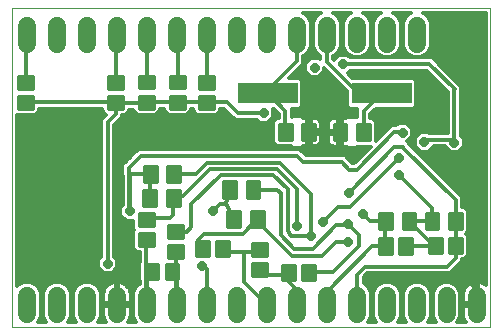
<source format=gbl>
G75*
%MOIN*%
%OFA0B0*%
%FSLAX25Y25*%
%IPPOS*%
%LPD*%
%AMOC8*
5,1,8,0,0,1.08239X$1,22.5*
%
%ADD10C,0.00000*%
%ADD11R,0.20000X0.07000*%
%ADD12C,0.01535*%
%ADD13C,0.06000*%
%ADD14C,0.01200*%
%ADD15OC8,0.03200*%
%ADD16OC8,0.03169*%
D10*
X0001600Y0001600D02*
X0161049Y0001600D01*
X0161049Y0107899D01*
X0001600Y0107899D01*
X0001600Y0001600D01*
D11*
X0086800Y0079500D03*
X0124800Y0079500D03*
D12*
X0120629Y0064118D02*
X0117045Y0064118D01*
X0117045Y0068882D01*
X0120629Y0068882D01*
X0120629Y0064118D01*
X0120629Y0065652D02*
X0117045Y0065652D01*
X0117045Y0067186D02*
X0120629Y0067186D01*
X0120629Y0068720D02*
X0117045Y0068720D01*
X0112755Y0064118D02*
X0109171Y0064118D01*
X0109171Y0068882D01*
X0112755Y0068882D01*
X0112755Y0064118D01*
X0112755Y0065652D02*
X0109171Y0065652D01*
X0109171Y0067186D02*
X0112755Y0067186D01*
X0112755Y0068720D02*
X0109171Y0068720D01*
X0102329Y0068982D02*
X0098745Y0068982D01*
X0102329Y0068982D02*
X0102329Y0064218D01*
X0098745Y0064218D01*
X0098745Y0068982D01*
X0098745Y0065752D02*
X0102329Y0065752D01*
X0102329Y0067286D02*
X0098745Y0067286D01*
X0098745Y0068820D02*
X0102329Y0068820D01*
X0094455Y0068982D02*
X0090871Y0068982D01*
X0094455Y0068982D02*
X0094455Y0064218D01*
X0090871Y0064218D01*
X0090871Y0068982D01*
X0090871Y0065752D02*
X0094455Y0065752D01*
X0094455Y0067286D02*
X0090871Y0067286D01*
X0090871Y0068820D02*
X0094455Y0068820D01*
X0064314Y0074662D02*
X0064314Y0078246D01*
X0068686Y0078246D01*
X0068686Y0074662D01*
X0064314Y0074662D01*
X0064314Y0076196D02*
X0068686Y0076196D01*
X0068686Y0077730D02*
X0064314Y0077730D01*
X0054614Y0078346D02*
X0054614Y0074762D01*
X0054614Y0078346D02*
X0058986Y0078346D01*
X0058986Y0074762D01*
X0054614Y0074762D01*
X0054614Y0076296D02*
X0058986Y0076296D01*
X0058986Y0077830D02*
X0054614Y0077830D01*
X0044314Y0078346D02*
X0044314Y0074762D01*
X0044314Y0078346D02*
X0048686Y0078346D01*
X0048686Y0074762D01*
X0044314Y0074762D01*
X0044314Y0076296D02*
X0048686Y0076296D01*
X0048686Y0077830D02*
X0044314Y0077830D01*
X0044314Y0081454D02*
X0044314Y0085038D01*
X0048686Y0085038D01*
X0048686Y0081454D01*
X0044314Y0081454D01*
X0044314Y0082988D02*
X0048686Y0082988D01*
X0048686Y0084522D02*
X0044314Y0084522D01*
X0034014Y0084938D02*
X0034014Y0081354D01*
X0034014Y0084938D02*
X0038386Y0084938D01*
X0038386Y0081354D01*
X0034014Y0081354D01*
X0034014Y0082888D02*
X0038386Y0082888D01*
X0038386Y0084422D02*
X0034014Y0084422D01*
X0034014Y0078246D02*
X0034014Y0074662D01*
X0034014Y0078246D02*
X0038386Y0078246D01*
X0038386Y0074662D01*
X0034014Y0074662D01*
X0034014Y0076196D02*
X0038386Y0076196D01*
X0038386Y0077730D02*
X0034014Y0077730D01*
X0054614Y0081454D02*
X0054614Y0085038D01*
X0058986Y0085038D01*
X0058986Y0081454D01*
X0054614Y0081454D01*
X0054614Y0082988D02*
X0058986Y0082988D01*
X0058986Y0084522D02*
X0054614Y0084522D01*
X0064314Y0084938D02*
X0064314Y0081354D01*
X0064314Y0084938D02*
X0068686Y0084938D01*
X0068686Y0081354D01*
X0064314Y0081354D01*
X0064314Y0082888D02*
X0068686Y0082888D01*
X0068686Y0084422D02*
X0064314Y0084422D01*
X0057329Y0050118D02*
X0053745Y0050118D01*
X0053745Y0054882D01*
X0057329Y0054882D01*
X0057329Y0050118D01*
X0057329Y0051652D02*
X0053745Y0051652D01*
X0053745Y0053186D02*
X0057329Y0053186D01*
X0057329Y0054720D02*
X0053745Y0054720D01*
X0049455Y0050118D02*
X0045871Y0050118D01*
X0045871Y0054882D01*
X0049455Y0054882D01*
X0049455Y0050118D01*
X0049455Y0051652D02*
X0045871Y0051652D01*
X0045871Y0053186D02*
X0049455Y0053186D01*
X0049455Y0054720D02*
X0045871Y0054720D01*
X0045771Y0046982D02*
X0049355Y0046982D01*
X0049355Y0042218D01*
X0045771Y0042218D01*
X0045771Y0046982D01*
X0045771Y0043752D02*
X0049355Y0043752D01*
X0049355Y0045286D02*
X0045771Y0045286D01*
X0045771Y0046820D02*
X0049355Y0046820D01*
X0053645Y0046982D02*
X0057229Y0046982D01*
X0057229Y0042218D01*
X0053645Y0042218D01*
X0053645Y0046982D01*
X0053645Y0043752D02*
X0057229Y0043752D01*
X0057229Y0045286D02*
X0053645Y0045286D01*
X0053645Y0046820D02*
X0057229Y0046820D01*
X0044214Y0039138D02*
X0044214Y0035554D01*
X0044214Y0039138D02*
X0048586Y0039138D01*
X0048586Y0035554D01*
X0044214Y0035554D01*
X0044214Y0037088D02*
X0048586Y0037088D01*
X0048586Y0038622D02*
X0044214Y0038622D01*
X0044214Y0032446D02*
X0044214Y0028862D01*
X0044214Y0032446D02*
X0048586Y0032446D01*
X0048586Y0028862D01*
X0044214Y0028862D01*
X0044214Y0030396D02*
X0048586Y0030396D01*
X0048586Y0031930D02*
X0044214Y0031930D01*
X0054014Y0031554D02*
X0054014Y0035138D01*
X0058386Y0035138D01*
X0058386Y0031554D01*
X0054014Y0031554D01*
X0054014Y0033088D02*
X0058386Y0033088D01*
X0058386Y0034622D02*
X0054014Y0034622D01*
X0063362Y0025614D02*
X0066946Y0025614D01*
X0063362Y0025614D02*
X0063362Y0029986D01*
X0066946Y0029986D01*
X0066946Y0025614D01*
X0066946Y0027148D02*
X0063362Y0027148D01*
X0063362Y0028682D02*
X0066946Y0028682D01*
X0070054Y0025614D02*
X0073638Y0025614D01*
X0070054Y0025614D02*
X0070054Y0029986D01*
X0073638Y0029986D01*
X0073638Y0025614D01*
X0073638Y0027148D02*
X0070054Y0027148D01*
X0070054Y0028682D02*
X0073638Y0028682D01*
X0086286Y0029238D02*
X0086286Y0025654D01*
X0081914Y0025654D01*
X0081914Y0029238D01*
X0086286Y0029238D01*
X0086286Y0027188D02*
X0081914Y0027188D01*
X0081914Y0028722D02*
X0086286Y0028722D01*
X0086286Y0022546D02*
X0086286Y0018962D01*
X0081914Y0018962D01*
X0081914Y0022546D01*
X0086286Y0022546D01*
X0086286Y0020496D02*
X0081914Y0020496D01*
X0081914Y0022030D02*
X0086286Y0022030D01*
X0091962Y0021986D02*
X0095546Y0021986D01*
X0095546Y0017614D01*
X0091962Y0017614D01*
X0091962Y0021986D01*
X0091962Y0019148D02*
X0095546Y0019148D01*
X0095546Y0020682D02*
X0091962Y0020682D01*
X0098654Y0021986D02*
X0102238Y0021986D01*
X0102238Y0017614D01*
X0098654Y0017614D01*
X0098654Y0021986D01*
X0098654Y0019148D02*
X0102238Y0019148D01*
X0102238Y0020682D02*
X0098654Y0020682D01*
X0085129Y0039982D02*
X0081545Y0039982D01*
X0085129Y0039982D02*
X0085129Y0035218D01*
X0081545Y0035218D01*
X0081545Y0039982D01*
X0081545Y0036752D02*
X0085129Y0036752D01*
X0085129Y0038286D02*
X0081545Y0038286D01*
X0081545Y0039820D02*
X0085129Y0039820D01*
X0083729Y0045018D02*
X0080145Y0045018D01*
X0080145Y0049782D01*
X0083729Y0049782D01*
X0083729Y0045018D01*
X0083729Y0046552D02*
X0080145Y0046552D01*
X0080145Y0048086D02*
X0083729Y0048086D01*
X0083729Y0049620D02*
X0080145Y0049620D01*
X0075855Y0045018D02*
X0072271Y0045018D01*
X0072271Y0049782D01*
X0075855Y0049782D01*
X0075855Y0045018D01*
X0075855Y0046552D02*
X0072271Y0046552D01*
X0072271Y0048086D02*
X0075855Y0048086D01*
X0075855Y0049620D02*
X0072271Y0049620D01*
X0073671Y0039982D02*
X0077255Y0039982D01*
X0077255Y0035218D01*
X0073671Y0035218D01*
X0073671Y0039982D01*
X0073671Y0036752D02*
X0077255Y0036752D01*
X0077255Y0038286D02*
X0073671Y0038286D01*
X0073671Y0039820D02*
X0077255Y0039820D01*
X0054014Y0028446D02*
X0054014Y0024862D01*
X0054014Y0028446D02*
X0058386Y0028446D01*
X0058386Y0024862D01*
X0054014Y0024862D01*
X0054014Y0026396D02*
X0058386Y0026396D01*
X0058386Y0027930D02*
X0054014Y0027930D01*
X0053154Y0022286D02*
X0056738Y0022286D01*
X0056738Y0017914D01*
X0053154Y0017914D01*
X0053154Y0022286D01*
X0053154Y0019448D02*
X0056738Y0019448D01*
X0056738Y0020982D02*
X0053154Y0020982D01*
X0050046Y0022286D02*
X0046462Y0022286D01*
X0050046Y0022286D02*
X0050046Y0017914D01*
X0046462Y0017914D01*
X0046462Y0022286D01*
X0046462Y0019448D02*
X0050046Y0019448D01*
X0050046Y0020982D02*
X0046462Y0020982D01*
X0124252Y0026404D02*
X0127836Y0026404D01*
X0124252Y0026404D02*
X0124252Y0030776D01*
X0127836Y0030776D01*
X0127836Y0026404D01*
X0127836Y0027938D02*
X0124252Y0027938D01*
X0124252Y0029472D02*
X0127836Y0029472D01*
X0130944Y0026404D02*
X0134528Y0026404D01*
X0130944Y0026404D02*
X0130944Y0030776D01*
X0134528Y0030776D01*
X0134528Y0026404D01*
X0134528Y0027938D02*
X0130944Y0027938D01*
X0130944Y0029472D02*
X0134528Y0029472D01*
X0135719Y0039262D02*
X0132135Y0039262D01*
X0135719Y0039262D02*
X0135719Y0034498D01*
X0132135Y0034498D01*
X0132135Y0039262D01*
X0132135Y0036032D02*
X0135719Y0036032D01*
X0135719Y0037566D02*
X0132135Y0037566D01*
X0132135Y0039100D02*
X0135719Y0039100D01*
X0139811Y0039262D02*
X0143395Y0039262D01*
X0143395Y0034498D01*
X0139811Y0034498D01*
X0139811Y0039262D01*
X0139811Y0036032D02*
X0143395Y0036032D01*
X0143395Y0037566D02*
X0139811Y0037566D01*
X0139811Y0039100D02*
X0143395Y0039100D01*
X0147685Y0039262D02*
X0151269Y0039262D01*
X0151269Y0034498D01*
X0147685Y0034498D01*
X0147685Y0039262D01*
X0147685Y0036032D02*
X0151269Y0036032D01*
X0151269Y0037566D02*
X0147685Y0037566D01*
X0147685Y0039100D02*
X0151269Y0039100D01*
X0151318Y0026494D02*
X0147734Y0026494D01*
X0147734Y0030866D01*
X0151318Y0030866D01*
X0151318Y0026494D01*
X0151318Y0028028D02*
X0147734Y0028028D01*
X0147734Y0029562D02*
X0151318Y0029562D01*
X0144626Y0026494D02*
X0141042Y0026494D01*
X0141042Y0030866D01*
X0144626Y0030866D01*
X0144626Y0026494D01*
X0144626Y0028028D02*
X0141042Y0028028D01*
X0141042Y0029562D02*
X0144626Y0029562D01*
X0127845Y0039262D02*
X0124261Y0039262D01*
X0127845Y0039262D02*
X0127845Y0034498D01*
X0124261Y0034498D01*
X0124261Y0039262D01*
X0124261Y0036032D02*
X0127845Y0036032D01*
X0127845Y0037566D02*
X0124261Y0037566D01*
X0124261Y0039100D02*
X0127845Y0039100D01*
X0004014Y0074662D02*
X0004014Y0078246D01*
X0008386Y0078246D01*
X0008386Y0074662D01*
X0004014Y0074662D01*
X0004014Y0076196D02*
X0008386Y0076196D01*
X0008386Y0077730D02*
X0004014Y0077730D01*
X0004014Y0081354D02*
X0004014Y0084938D01*
X0008386Y0084938D01*
X0008386Y0081354D01*
X0004014Y0081354D01*
X0004014Y0082888D02*
X0008386Y0082888D01*
X0008386Y0084422D02*
X0004014Y0084422D01*
D13*
X0006600Y0096100D02*
X0006600Y0102100D01*
X0016600Y0102100D02*
X0016600Y0096100D01*
X0026600Y0096100D02*
X0026600Y0102100D01*
X0036600Y0102100D02*
X0036600Y0096100D01*
X0046600Y0096100D02*
X0046600Y0102100D01*
X0056600Y0102100D02*
X0056600Y0096100D01*
X0066600Y0096100D02*
X0066600Y0102100D01*
X0076600Y0102100D02*
X0076600Y0096100D01*
X0086600Y0096100D02*
X0086600Y0102100D01*
X0096600Y0102100D02*
X0096600Y0096100D01*
X0106600Y0096100D02*
X0106600Y0102100D01*
X0116600Y0102100D02*
X0116600Y0096100D01*
X0126600Y0096100D02*
X0126600Y0102100D01*
X0136600Y0102100D02*
X0136600Y0096100D01*
X0136600Y0012100D02*
X0136600Y0006100D01*
X0126600Y0006100D02*
X0126600Y0012100D01*
X0116600Y0012100D02*
X0116600Y0006100D01*
X0106600Y0006100D02*
X0106600Y0012100D01*
X0096600Y0012100D02*
X0096600Y0006100D01*
X0086600Y0006100D02*
X0086600Y0012100D01*
X0076600Y0012100D02*
X0076600Y0006100D01*
X0066600Y0006100D02*
X0066600Y0012100D01*
X0056600Y0012100D02*
X0056600Y0006100D01*
X0046600Y0006100D02*
X0046600Y0012100D01*
X0036600Y0012100D02*
X0036600Y0006100D01*
X0026600Y0006100D02*
X0026600Y0012100D01*
X0016600Y0012100D02*
X0016600Y0006100D01*
X0006600Y0006100D02*
X0006600Y0012100D01*
X0146500Y0012100D02*
X0146500Y0006100D01*
X0156500Y0006100D02*
X0156500Y0012100D01*
D14*
X0156100Y0012387D02*
X0156900Y0012387D01*
X0156900Y0013500D02*
X0153600Y0016800D01*
X0121500Y0016800D01*
X0120422Y0014784D02*
X0122778Y0014784D01*
X0122700Y0014706D02*
X0122000Y0013015D01*
X0122000Y0005185D01*
X0122700Y0003494D01*
X0122995Y0003200D01*
X0120205Y0003200D01*
X0120500Y0003494D01*
X0121200Y0005185D01*
X0121200Y0013015D01*
X0120500Y0014706D01*
X0119206Y0016000D01*
X0118800Y0016168D01*
X0118800Y0018189D01*
X0120061Y0019450D01*
X0147461Y0019450D01*
X0148750Y0020739D01*
X0151726Y0023715D01*
X0151726Y0024127D01*
X0152299Y0024127D01*
X0153686Y0025514D01*
X0153686Y0031846D01*
X0152825Y0032706D01*
X0153636Y0033517D01*
X0153636Y0040243D01*
X0152249Y0041630D01*
X0151677Y0041630D01*
X0151677Y0044934D01*
X0134300Y0062311D01*
X0134300Y0062511D01*
X0133368Y0063443D01*
X0135000Y0065075D01*
X0135000Y0067725D01*
X0133125Y0069600D01*
X0130475Y0069600D01*
X0129675Y0068800D01*
X0129181Y0068800D01*
X0128354Y0068861D01*
X0128283Y0068800D01*
X0128189Y0068800D01*
X0127602Y0068213D01*
X0126973Y0067671D01*
X0126966Y0067578D01*
X0122996Y0063607D01*
X0122996Y0069863D01*
X0121609Y0071250D01*
X0121037Y0071250D01*
X0121037Y0072626D01*
X0122811Y0074400D01*
X0135463Y0074400D01*
X0136400Y0075337D01*
X0136400Y0083663D01*
X0135463Y0084600D01*
X0115111Y0084600D01*
X0113518Y0086193D01*
X0114425Y0087100D01*
X0139789Y0087100D01*
X0146900Y0079989D01*
X0146900Y0066300D01*
X0140625Y0066300D01*
X0140425Y0066500D01*
X0137775Y0066500D01*
X0135900Y0064625D01*
X0135900Y0061975D01*
X0137775Y0060100D01*
X0140425Y0060100D01*
X0142225Y0061900D01*
X0145900Y0061900D01*
X0145900Y0061775D01*
X0147775Y0059900D01*
X0150425Y0059900D01*
X0152300Y0061775D01*
X0152300Y0064425D01*
X0151300Y0065425D01*
X0151300Y0079789D01*
X0151400Y0079889D01*
X0151400Y0081711D01*
X0150111Y0083000D01*
X0142900Y0090211D01*
X0141611Y0091500D01*
X0114225Y0091500D01*
X0113325Y0092400D01*
X0110675Y0092400D01*
X0108993Y0090718D01*
X0108710Y0091001D01*
X0108721Y0092000D01*
X0109206Y0092200D01*
X0110500Y0093494D01*
X0111200Y0095185D01*
X0111200Y0103015D01*
X0110500Y0104706D01*
X0109206Y0106000D01*
X0108483Y0106299D01*
X0114717Y0106299D01*
X0113994Y0106000D01*
X0112700Y0104706D01*
X0112000Y0103015D01*
X0112000Y0095185D01*
X0112700Y0093494D01*
X0113994Y0092200D01*
X0115685Y0091500D01*
X0117515Y0091500D01*
X0119206Y0092200D01*
X0120500Y0093494D01*
X0121200Y0095185D01*
X0121200Y0103015D01*
X0120500Y0104706D01*
X0119206Y0106000D01*
X0118483Y0106299D01*
X0124717Y0106299D01*
X0123994Y0106000D01*
X0122700Y0104706D01*
X0122000Y0103015D01*
X0122000Y0095185D01*
X0122700Y0093494D01*
X0123994Y0092200D01*
X0125685Y0091500D01*
X0127515Y0091500D01*
X0129206Y0092200D01*
X0130500Y0093494D01*
X0131200Y0095185D01*
X0131200Y0103015D01*
X0130500Y0104706D01*
X0129206Y0106000D01*
X0128483Y0106299D01*
X0134717Y0106299D01*
X0133994Y0106000D01*
X0132700Y0104706D01*
X0132000Y0103015D01*
X0132000Y0095185D01*
X0132700Y0093494D01*
X0133994Y0092200D01*
X0135685Y0091500D01*
X0137515Y0091500D01*
X0139206Y0092200D01*
X0140500Y0093494D01*
X0141200Y0095185D01*
X0141200Y0103015D01*
X0140500Y0104706D01*
X0139206Y0106000D01*
X0138483Y0106299D01*
X0159449Y0106299D01*
X0159449Y0015643D01*
X0158911Y0016034D01*
X0158266Y0016363D01*
X0157577Y0016587D01*
X0156900Y0016694D01*
X0156900Y0009500D01*
X0156900Y0013500D01*
X0156900Y0013585D02*
X0156100Y0013585D01*
X0156100Y0014784D02*
X0156900Y0014784D01*
X0156900Y0015982D02*
X0156100Y0015982D01*
X0156100Y0016694D02*
X0155423Y0016587D01*
X0154734Y0016363D01*
X0154089Y0016034D01*
X0153503Y0015609D01*
X0152991Y0015097D01*
X0152566Y0014511D01*
X0152237Y0013866D01*
X0152013Y0013177D01*
X0151900Y0012462D01*
X0151900Y0009500D01*
X0156100Y0009500D01*
X0156100Y0016694D01*
X0154017Y0015982D02*
X0149123Y0015982D01*
X0149106Y0016000D02*
X0147415Y0016700D01*
X0145585Y0016700D01*
X0143894Y0016000D01*
X0142600Y0014706D01*
X0141900Y0013015D01*
X0141900Y0005185D01*
X0142600Y0003494D01*
X0142895Y0003200D01*
X0140205Y0003200D01*
X0140500Y0003494D01*
X0141200Y0005185D01*
X0141200Y0013015D01*
X0140500Y0014706D01*
X0139206Y0016000D01*
X0137515Y0016700D01*
X0135685Y0016700D01*
X0133994Y0016000D01*
X0132700Y0014706D01*
X0132000Y0013015D01*
X0132000Y0005185D01*
X0132700Y0003494D01*
X0132995Y0003200D01*
X0130205Y0003200D01*
X0130500Y0003494D01*
X0131200Y0005185D01*
X0131200Y0013015D01*
X0130500Y0014706D01*
X0129206Y0016000D01*
X0127515Y0016700D01*
X0125685Y0016700D01*
X0123994Y0016000D01*
X0122700Y0014706D01*
X0122236Y0013585D02*
X0120964Y0013585D01*
X0121200Y0012387D02*
X0122000Y0012387D01*
X0122000Y0011188D02*
X0121200Y0011188D01*
X0121200Y0009990D02*
X0122000Y0009990D01*
X0122000Y0008791D02*
X0121200Y0008791D01*
X0121200Y0007593D02*
X0122000Y0007593D01*
X0122000Y0006394D02*
X0121200Y0006394D01*
X0121200Y0005196D02*
X0122000Y0005196D01*
X0122492Y0003997D02*
X0120708Y0003997D01*
X0116600Y0009100D02*
X0116600Y0019100D01*
X0119150Y0021650D01*
X0146550Y0021650D01*
X0149526Y0024626D01*
X0149526Y0028680D01*
X0149526Y0036831D01*
X0149477Y0036880D01*
X0149477Y0044023D01*
X0132100Y0061400D01*
X0132100Y0061600D01*
X0129000Y0061600D01*
X0113800Y0046400D01*
X0114400Y0041600D02*
X0110300Y0041600D01*
X0105300Y0036600D01*
X0109700Y0035600D02*
X0113400Y0035600D01*
X0113700Y0035900D01*
X0117200Y0032400D01*
X0117200Y0028600D01*
X0108700Y0020100D01*
X0100600Y0020100D01*
X0100600Y0019954D01*
X0100446Y0019800D01*
X0100600Y0020100D02*
X0099800Y0020100D01*
X0094100Y0019454D02*
X0094100Y0016600D01*
X0096600Y0014100D01*
X0096600Y0009100D01*
X0106480Y0009120D02*
X0106600Y0009100D01*
X0106480Y0009120D02*
X0106480Y0013380D01*
X0121690Y0028590D01*
X0126044Y0028590D01*
X0126044Y0036871D01*
X0126053Y0036880D01*
X0120920Y0036880D01*
X0118500Y0039300D01*
X0114400Y0041600D02*
X0130700Y0057900D01*
X0135086Y0061526D02*
X0136349Y0061526D01*
X0136284Y0060327D02*
X0137547Y0060327D01*
X0137483Y0059129D02*
X0159449Y0059129D01*
X0159449Y0060327D02*
X0150853Y0060327D01*
X0152051Y0061526D02*
X0159449Y0061526D01*
X0159449Y0062724D02*
X0152300Y0062724D01*
X0152300Y0063923D02*
X0159449Y0063923D01*
X0159449Y0065121D02*
X0151604Y0065121D01*
X0151300Y0066320D02*
X0159449Y0066320D01*
X0159449Y0067518D02*
X0151300Y0067518D01*
X0151300Y0068717D02*
X0159449Y0068717D01*
X0159449Y0069915D02*
X0151300Y0069915D01*
X0151300Y0071114D02*
X0159449Y0071114D01*
X0159449Y0072312D02*
X0151300Y0072312D01*
X0151300Y0073511D02*
X0159449Y0073511D01*
X0159449Y0074709D02*
X0151300Y0074709D01*
X0151300Y0075908D02*
X0159449Y0075908D01*
X0159449Y0077106D02*
X0151300Y0077106D01*
X0151300Y0078305D02*
X0159449Y0078305D01*
X0159449Y0079503D02*
X0151300Y0079503D01*
X0151400Y0080702D02*
X0159449Y0080702D01*
X0159449Y0081900D02*
X0151211Y0081900D01*
X0150012Y0083099D02*
X0159449Y0083099D01*
X0159449Y0084297D02*
X0148814Y0084297D01*
X0147615Y0085496D02*
X0159449Y0085496D01*
X0159449Y0086694D02*
X0146417Y0086694D01*
X0145218Y0087893D02*
X0159449Y0087893D01*
X0159449Y0089091D02*
X0144020Y0089091D01*
X0142821Y0090290D02*
X0159449Y0090290D01*
X0159449Y0091488D02*
X0141623Y0091488D01*
X0139692Y0092687D02*
X0159449Y0092687D01*
X0159449Y0093885D02*
X0140662Y0093885D01*
X0141158Y0095084D02*
X0159449Y0095084D01*
X0159449Y0096282D02*
X0141200Y0096282D01*
X0141200Y0097481D02*
X0159449Y0097481D01*
X0159449Y0098679D02*
X0141200Y0098679D01*
X0141200Y0099878D02*
X0159449Y0099878D01*
X0159449Y0101076D02*
X0141200Y0101076D01*
X0141200Y0102275D02*
X0159449Y0102275D01*
X0159449Y0103473D02*
X0141010Y0103473D01*
X0140514Y0104672D02*
X0159449Y0104672D01*
X0159449Y0105870D02*
X0139335Y0105870D01*
X0133865Y0105870D02*
X0129335Y0105870D01*
X0130514Y0104672D02*
X0132686Y0104672D01*
X0132190Y0103473D02*
X0131010Y0103473D01*
X0131200Y0102275D02*
X0132000Y0102275D01*
X0132000Y0101076D02*
X0131200Y0101076D01*
X0131200Y0099878D02*
X0132000Y0099878D01*
X0132000Y0098679D02*
X0131200Y0098679D01*
X0131200Y0097481D02*
X0132000Y0097481D01*
X0132000Y0096282D02*
X0131200Y0096282D01*
X0131158Y0095084D02*
X0132042Y0095084D01*
X0132538Y0093885D02*
X0130662Y0093885D01*
X0129692Y0092687D02*
X0133508Y0092687D01*
X0140700Y0089300D02*
X0112000Y0089300D01*
X0112000Y0089200D01*
X0109763Y0091488D02*
X0108716Y0091488D01*
X0109692Y0092687D02*
X0113508Y0092687D01*
X0112538Y0093885D02*
X0110662Y0093885D01*
X0111158Y0095084D02*
X0112042Y0095084D01*
X0112000Y0096282D02*
X0111200Y0096282D01*
X0111200Y0097481D02*
X0112000Y0097481D01*
X0112000Y0098679D02*
X0111200Y0098679D01*
X0111200Y0099878D02*
X0112000Y0099878D01*
X0112000Y0101076D02*
X0111200Y0101076D01*
X0111200Y0102275D02*
X0112000Y0102275D01*
X0112190Y0103473D02*
X0111010Y0103473D01*
X0110514Y0104672D02*
X0112686Y0104672D01*
X0113865Y0105870D02*
X0109335Y0105870D01*
X0104717Y0106299D02*
X0103994Y0106000D01*
X0102700Y0104706D01*
X0102000Y0103015D01*
X0102000Y0095185D01*
X0102700Y0093494D01*
X0103994Y0092200D01*
X0104322Y0092065D01*
X0104310Y0091021D01*
X0104300Y0091011D01*
X0104300Y0090825D01*
X0103825Y0091300D01*
X0101175Y0091300D01*
X0099300Y0089425D01*
X0099300Y0086775D01*
X0101175Y0084900D01*
X0103825Y0084900D01*
X0105700Y0086775D01*
X0105700Y0087789D01*
X0113200Y0080289D01*
X0113200Y0075337D01*
X0114137Y0074400D01*
X0116637Y0074400D01*
X0116637Y0071526D01*
X0116463Y0071700D01*
X0113337Y0071700D01*
X0112887Y0071250D01*
X0111563Y0071250D01*
X0111563Y0067100D01*
X0110363Y0067100D01*
X0110363Y0071250D01*
X0108938Y0071250D01*
X0108481Y0071159D01*
X0108050Y0070980D01*
X0107662Y0070721D01*
X0107333Y0070391D01*
X0107073Y0070003D01*
X0106895Y0069573D01*
X0106804Y0069115D01*
X0106804Y0067100D01*
X0110363Y0067100D01*
X0110363Y0065900D01*
X0111563Y0065900D01*
X0111563Y0061750D01*
X0112887Y0061750D01*
X0113337Y0061300D01*
X0116463Y0061300D01*
X0116913Y0061750D01*
X0121139Y0061750D01*
X0115689Y0056300D01*
X0115011Y0056300D01*
X0112511Y0058800D01*
X0099511Y0058800D01*
X0097511Y0060800D01*
X0043689Y0060800D01*
X0042400Y0059511D01*
X0038400Y0055511D01*
X0038400Y0052189D01*
X0038500Y0052089D01*
X0038500Y0042425D01*
X0037700Y0041625D01*
X0037700Y0038975D01*
X0039575Y0037100D01*
X0041847Y0037100D01*
X0041847Y0034574D01*
X0042422Y0034000D01*
X0041847Y0033426D01*
X0041847Y0027881D01*
X0043234Y0026494D01*
X0044200Y0026494D01*
X0044200Y0023371D01*
X0044094Y0023266D01*
X0044094Y0016934D01*
X0044200Y0016829D01*
X0044200Y0016085D01*
X0043994Y0016000D01*
X0042700Y0014706D01*
X0042000Y0013015D01*
X0042000Y0005185D01*
X0042700Y0003494D01*
X0042995Y0003200D01*
X0040179Y0003200D01*
X0040534Y0003689D01*
X0040863Y0004334D01*
X0041087Y0005023D01*
X0041200Y0005738D01*
X0041200Y0008700D01*
X0037000Y0008700D01*
X0037000Y0009500D01*
X0036200Y0009500D01*
X0036200Y0016694D01*
X0035523Y0016587D01*
X0034834Y0016363D01*
X0034189Y0016034D01*
X0033603Y0015609D01*
X0033091Y0015097D01*
X0032666Y0014511D01*
X0032337Y0013866D01*
X0032113Y0013177D01*
X0032000Y0012462D01*
X0032000Y0009500D01*
X0036200Y0009500D01*
X0036200Y0008700D01*
X0032000Y0008700D01*
X0032000Y0005738D01*
X0032113Y0005023D01*
X0032337Y0004334D01*
X0032666Y0003689D01*
X0033021Y0003200D01*
X0030205Y0003200D01*
X0030500Y0003494D01*
X0031200Y0005185D01*
X0031200Y0013015D01*
X0030500Y0014706D01*
X0029206Y0016000D01*
X0027515Y0016700D01*
X0025685Y0016700D01*
X0023994Y0016000D01*
X0022700Y0014706D01*
X0022000Y0013015D01*
X0022000Y0005185D01*
X0022700Y0003494D01*
X0022995Y0003200D01*
X0020205Y0003200D01*
X0020500Y0003494D01*
X0021200Y0005185D01*
X0021200Y0013015D01*
X0020500Y0014706D01*
X0019206Y0016000D01*
X0017515Y0016700D01*
X0015685Y0016700D01*
X0013994Y0016000D01*
X0012700Y0014706D01*
X0012000Y0013015D01*
X0012000Y0005185D01*
X0012700Y0003494D01*
X0012995Y0003200D01*
X0010205Y0003200D01*
X0010500Y0003494D01*
X0011200Y0005185D01*
X0011200Y0013015D01*
X0010500Y0014706D01*
X0009206Y0016000D01*
X0007515Y0016700D01*
X0005685Y0016700D01*
X0003994Y0016000D01*
X0003200Y0015205D01*
X0003200Y0072294D01*
X0009366Y0072294D01*
X0010753Y0073681D01*
X0010753Y0074254D01*
X0031647Y0074254D01*
X0031647Y0073681D01*
X0032959Y0072370D01*
X0032589Y0072000D01*
X0031300Y0070711D01*
X0031300Y0025003D01*
X0030316Y0024019D01*
X0030316Y0021381D01*
X0032181Y0019516D01*
X0034819Y0019516D01*
X0036684Y0021381D01*
X0036684Y0024019D01*
X0035700Y0025003D01*
X0035700Y0068889D01*
X0038400Y0071589D01*
X0038400Y0072294D01*
X0039366Y0072294D01*
X0040753Y0073681D01*
X0040753Y0074054D01*
X0041947Y0074054D01*
X0041947Y0073781D01*
X0043334Y0072394D01*
X0049666Y0072394D01*
X0051053Y0073781D01*
X0051053Y0074354D01*
X0052247Y0074354D01*
X0052247Y0073781D01*
X0053634Y0072394D01*
X0059966Y0072394D01*
X0061353Y0073781D01*
X0061353Y0074354D01*
X0061947Y0074354D01*
X0061947Y0073681D01*
X0063334Y0072294D01*
X0069666Y0072294D01*
X0071053Y0073681D01*
X0071053Y0074254D01*
X0072335Y0074254D01*
X0074700Y0071889D01*
X0075989Y0070600D01*
X0083275Y0070600D01*
X0084175Y0069700D01*
X0086825Y0069700D01*
X0088700Y0071575D01*
X0088700Y0074225D01*
X0088525Y0074400D01*
X0088789Y0074400D01*
X0090463Y0072726D01*
X0090463Y0071350D01*
X0089891Y0071350D01*
X0088504Y0069963D01*
X0088504Y0063237D01*
X0089891Y0061850D01*
X0094587Y0061850D01*
X0095037Y0061400D01*
X0098163Y0061400D01*
X0098613Y0061850D01*
X0099937Y0061850D01*
X0099937Y0066000D01*
X0101137Y0066000D01*
X0101137Y0067200D01*
X0099937Y0067200D01*
X0099937Y0071350D01*
X0098613Y0071350D01*
X0098163Y0071800D01*
X0095037Y0071800D01*
X0094863Y0071626D01*
X0094863Y0074400D01*
X0097463Y0074400D01*
X0098400Y0075337D01*
X0098400Y0083663D01*
X0097463Y0084600D01*
X0094011Y0084600D01*
X0098047Y0088636D01*
X0098690Y0089264D01*
X0098690Y0089279D01*
X0098700Y0089289D01*
X0098700Y0090187D01*
X0098720Y0091999D01*
X0099206Y0092200D01*
X0100500Y0093494D01*
X0101200Y0095185D01*
X0101200Y0103015D01*
X0100500Y0104706D01*
X0099206Y0106000D01*
X0098483Y0106299D01*
X0104717Y0106299D01*
X0103865Y0105870D02*
X0099335Y0105870D01*
X0100514Y0104672D02*
X0102686Y0104672D01*
X0102190Y0103473D02*
X0101010Y0103473D01*
X0101200Y0102275D02*
X0102000Y0102275D01*
X0102000Y0101076D02*
X0101200Y0101076D01*
X0101200Y0099878D02*
X0102000Y0099878D01*
X0102000Y0098679D02*
X0101200Y0098679D01*
X0101200Y0097481D02*
X0102000Y0097481D01*
X0102000Y0096282D02*
X0101200Y0096282D01*
X0101158Y0095084D02*
X0102042Y0095084D01*
X0102538Y0093885D02*
X0100662Y0093885D01*
X0099692Y0092687D02*
X0103508Y0092687D01*
X0104315Y0091488D02*
X0098715Y0091488D01*
X0098701Y0090290D02*
X0100164Y0090290D01*
X0099300Y0089091D02*
X0098513Y0089091D01*
X0099300Y0087893D02*
X0097304Y0087893D01*
X0096106Y0086694D02*
X0099380Y0086694D01*
X0100579Y0085496D02*
X0094907Y0085496D01*
X0097765Y0084297D02*
X0109191Y0084297D01*
X0107993Y0085496D02*
X0104421Y0085496D01*
X0105620Y0086694D02*
X0106794Y0086694D01*
X0106500Y0090100D02*
X0106600Y0099100D01*
X0096600Y0099100D02*
X0096500Y0090200D01*
X0086800Y0080500D01*
X0086800Y0079500D01*
X0092663Y0073637D01*
X0092663Y0066600D01*
X0088504Y0066320D02*
X0035700Y0066320D01*
X0035700Y0067518D02*
X0088504Y0067518D01*
X0088504Y0068717D02*
X0035700Y0068717D01*
X0036726Y0069915D02*
X0083959Y0069915D01*
X0087041Y0069915D02*
X0088504Y0069915D01*
X0088239Y0071114D02*
X0089655Y0071114D01*
X0090463Y0072312D02*
X0088700Y0072312D01*
X0088700Y0073511D02*
X0089678Y0073511D01*
X0085500Y0072900D02*
X0085400Y0072800D01*
X0076900Y0072800D01*
X0073246Y0076454D01*
X0066500Y0076454D01*
X0066400Y0076554D01*
X0056800Y0076554D01*
X0046500Y0076554D01*
X0046200Y0076254D01*
X0036400Y0076254D01*
X0036200Y0076454D01*
X0036200Y0072500D01*
X0033500Y0069800D01*
X0033500Y0022700D01*
X0036331Y0024372D02*
X0044200Y0024372D01*
X0044200Y0025570D02*
X0035700Y0025570D01*
X0035700Y0026769D02*
X0042960Y0026769D01*
X0041847Y0027967D02*
X0035700Y0027967D01*
X0035700Y0029166D02*
X0041847Y0029166D01*
X0041847Y0030364D02*
X0035700Y0030364D01*
X0035700Y0031563D02*
X0041847Y0031563D01*
X0041847Y0032761D02*
X0035700Y0032761D01*
X0035700Y0033960D02*
X0042381Y0033960D01*
X0041847Y0035158D02*
X0035700Y0035158D01*
X0035700Y0036357D02*
X0041847Y0036357D01*
X0039119Y0037555D02*
X0035700Y0037555D01*
X0035700Y0038754D02*
X0037921Y0038754D01*
X0037700Y0039952D02*
X0035700Y0039952D01*
X0035700Y0041151D02*
X0037700Y0041151D01*
X0038424Y0042349D02*
X0035700Y0042349D01*
X0035700Y0043548D02*
X0038500Y0043548D01*
X0038500Y0044746D02*
X0035700Y0044746D01*
X0035700Y0045945D02*
X0038500Y0045945D01*
X0038500Y0047143D02*
X0035700Y0047143D01*
X0035700Y0048342D02*
X0038500Y0048342D01*
X0038500Y0049540D02*
X0035700Y0049540D01*
X0035700Y0050739D02*
X0038500Y0050739D01*
X0038500Y0051937D02*
X0035700Y0051937D01*
X0035700Y0053136D02*
X0038400Y0053136D01*
X0038400Y0054334D02*
X0035700Y0054334D01*
X0036600Y0054100D02*
X0036600Y0009100D01*
X0037000Y0008791D02*
X0042000Y0008791D01*
X0041200Y0009500D02*
X0041200Y0012462D01*
X0041087Y0013177D01*
X0040863Y0013866D01*
X0040534Y0014511D01*
X0040109Y0015097D01*
X0039597Y0015609D01*
X0039011Y0016034D01*
X0038366Y0016363D01*
X0037677Y0016587D01*
X0037000Y0016694D01*
X0037000Y0009500D01*
X0041200Y0009500D01*
X0041200Y0009990D02*
X0042000Y0009990D01*
X0042000Y0011188D02*
X0041200Y0011188D01*
X0041200Y0012387D02*
X0042000Y0012387D01*
X0042236Y0013585D02*
X0040954Y0013585D01*
X0040336Y0014784D02*
X0042778Y0014784D01*
X0043977Y0015982D02*
X0039083Y0015982D01*
X0037000Y0015982D02*
X0036200Y0015982D01*
X0036200Y0014784D02*
X0037000Y0014784D01*
X0037000Y0013585D02*
X0036200Y0013585D01*
X0036200Y0012387D02*
X0037000Y0012387D01*
X0037000Y0011188D02*
X0036200Y0011188D01*
X0036200Y0009990D02*
X0037000Y0009990D01*
X0036200Y0008791D02*
X0031200Y0008791D01*
X0031200Y0007593D02*
X0032000Y0007593D01*
X0032000Y0006394D02*
X0031200Y0006394D01*
X0031200Y0005196D02*
X0032086Y0005196D01*
X0032509Y0003997D02*
X0030708Y0003997D01*
X0031200Y0009990D02*
X0032000Y0009990D01*
X0032000Y0011188D02*
X0031200Y0011188D01*
X0031200Y0012387D02*
X0032000Y0012387D01*
X0032246Y0013585D02*
X0030964Y0013585D01*
X0030422Y0014784D02*
X0032864Y0014784D01*
X0034117Y0015982D02*
X0029223Y0015982D01*
X0032119Y0019578D02*
X0003200Y0019578D01*
X0003200Y0020776D02*
X0030921Y0020776D01*
X0030316Y0021975D02*
X0003200Y0021975D01*
X0003200Y0023173D02*
X0030316Y0023173D01*
X0030669Y0024372D02*
X0003200Y0024372D01*
X0003200Y0025570D02*
X0031300Y0025570D01*
X0031300Y0026769D02*
X0003200Y0026769D01*
X0003200Y0027967D02*
X0031300Y0027967D01*
X0031300Y0029166D02*
X0003200Y0029166D01*
X0003200Y0030364D02*
X0031300Y0030364D01*
X0031300Y0031563D02*
X0003200Y0031563D01*
X0003200Y0032761D02*
X0031300Y0032761D01*
X0031300Y0033960D02*
X0003200Y0033960D01*
X0003200Y0035158D02*
X0031300Y0035158D01*
X0031300Y0036357D02*
X0003200Y0036357D01*
X0003200Y0037555D02*
X0031300Y0037555D01*
X0031300Y0038754D02*
X0003200Y0038754D01*
X0003200Y0039952D02*
X0031300Y0039952D01*
X0031300Y0041151D02*
X0003200Y0041151D01*
X0003200Y0042349D02*
X0031300Y0042349D01*
X0031300Y0043548D02*
X0003200Y0043548D01*
X0003200Y0044746D02*
X0031300Y0044746D01*
X0031300Y0045945D02*
X0003200Y0045945D01*
X0003200Y0047143D02*
X0031300Y0047143D01*
X0031300Y0048342D02*
X0003200Y0048342D01*
X0003200Y0049540D02*
X0031300Y0049540D01*
X0031300Y0050739D02*
X0003200Y0050739D01*
X0003200Y0051937D02*
X0031300Y0051937D01*
X0031300Y0053136D02*
X0003200Y0053136D01*
X0003200Y0054334D02*
X0031300Y0054334D01*
X0031300Y0055533D02*
X0003200Y0055533D01*
X0003200Y0056732D02*
X0031300Y0056732D01*
X0031300Y0057930D02*
X0003200Y0057930D01*
X0003200Y0059129D02*
X0031300Y0059129D01*
X0031300Y0060327D02*
X0003200Y0060327D01*
X0003200Y0061526D02*
X0031300Y0061526D01*
X0031300Y0062724D02*
X0003200Y0062724D01*
X0003200Y0063923D02*
X0031300Y0063923D01*
X0031300Y0065121D02*
X0003200Y0065121D01*
X0003200Y0066320D02*
X0031300Y0066320D01*
X0031300Y0067518D02*
X0003200Y0067518D01*
X0003200Y0068717D02*
X0031300Y0068717D01*
X0031300Y0069915D02*
X0003200Y0069915D01*
X0003200Y0071114D02*
X0031702Y0071114D01*
X0032901Y0072312D02*
X0009383Y0072312D01*
X0010582Y0073511D02*
X0031818Y0073511D01*
X0036200Y0076454D02*
X0006200Y0076454D01*
X0006200Y0083146D02*
X0006200Y0097700D01*
X0006600Y0099100D01*
X0036200Y0097700D02*
X0036200Y0083146D01*
X0046500Y0083246D02*
X0046600Y0099100D01*
X0056600Y0099100D02*
X0056800Y0097700D01*
X0056800Y0083246D01*
X0066500Y0083146D02*
X0066600Y0099100D01*
X0036600Y0099100D02*
X0036200Y0097700D01*
X0040582Y0073511D02*
X0042218Y0073511D01*
X0039383Y0072312D02*
X0063317Y0072312D01*
X0062118Y0073511D02*
X0061082Y0073511D01*
X0052518Y0073511D02*
X0050782Y0073511D01*
X0037925Y0071114D02*
X0075475Y0071114D01*
X0074277Y0072312D02*
X0069683Y0072312D01*
X0070882Y0073511D02*
X0073078Y0073511D01*
X0088504Y0065121D02*
X0035700Y0065121D01*
X0035700Y0063923D02*
X0088504Y0063923D01*
X0089017Y0062724D02*
X0035700Y0062724D01*
X0035700Y0061526D02*
X0094912Y0061526D01*
X0097984Y0060327D02*
X0119716Y0060327D01*
X0120914Y0061526D02*
X0116688Y0061526D01*
X0118517Y0059129D02*
X0099183Y0059129D01*
X0098600Y0056600D02*
X0096600Y0058600D01*
X0044600Y0058600D01*
X0040600Y0054600D01*
X0040600Y0053100D01*
X0040900Y0052800D01*
X0040900Y0040300D01*
X0041600Y0040100D01*
X0040700Y0041000D01*
X0040700Y0052600D01*
X0046600Y0052600D01*
X0046700Y0052500D01*
X0047663Y0052500D01*
X0047663Y0047200D01*
X0047563Y0044600D01*
X0055437Y0044600D02*
X0055437Y0038937D01*
X0054400Y0037900D01*
X0046954Y0037900D01*
X0046400Y0037346D01*
X0046400Y0030654D02*
X0046400Y0009200D01*
X0046600Y0009200D01*
X0046600Y0020600D01*
X0048254Y0020600D01*
X0048254Y0020100D01*
X0044094Y0019578D02*
X0034881Y0019578D01*
X0036079Y0020776D02*
X0044094Y0020776D01*
X0044094Y0021975D02*
X0036684Y0021975D01*
X0036684Y0023173D02*
X0044094Y0023173D01*
X0044094Y0018379D02*
X0003200Y0018379D01*
X0003200Y0017181D02*
X0044094Y0017181D01*
X0054946Y0020100D02*
X0056600Y0020100D01*
X0056600Y0009100D01*
X0056200Y0009400D01*
X0056200Y0026654D01*
X0063600Y0028600D02*
X0064400Y0027800D01*
X0065154Y0027800D01*
X0063600Y0028600D02*
X0063600Y0030600D01*
X0065600Y0032600D01*
X0078500Y0032600D01*
X0079500Y0033600D01*
X0079500Y0033763D01*
X0083337Y0037600D01*
X0085400Y0035100D01*
X0095100Y0025400D01*
X0105000Y0025400D01*
X0109500Y0029900D01*
X0113600Y0029900D01*
X0113700Y0030000D01*
X0109700Y0035600D02*
X0101800Y0027700D01*
X0095700Y0027700D01*
X0091200Y0032200D01*
X0091200Y0046200D01*
X0090000Y0047400D01*
X0081937Y0047400D01*
X0074063Y0047400D02*
X0072963Y0042500D01*
X0070800Y0042500D01*
X0068600Y0040300D01*
X0072963Y0042500D02*
X0075463Y0037600D01*
X0071846Y0027800D02*
X0073046Y0026600D01*
X0078600Y0026600D01*
X0079100Y0026600D01*
X0083600Y0026600D01*
X0084600Y0026600D01*
X0084600Y0026946D01*
X0084100Y0027446D01*
X0079100Y0026600D02*
X0079100Y0016600D01*
X0086600Y0009100D01*
X0086600Y0019100D02*
X0093054Y0019100D01*
X0093754Y0019800D01*
X0094100Y0019454D01*
X0086600Y0019100D02*
X0084100Y0021600D01*
X0084100Y0020754D01*
X0094700Y0032100D02*
X0101200Y0032100D01*
X0101300Y0032200D01*
X0101300Y0046000D01*
X0091100Y0056200D01*
X0066600Y0056200D01*
X0062900Y0052500D01*
X0055537Y0052500D01*
X0056000Y0045163D02*
X0055437Y0044600D01*
X0056000Y0045163D02*
X0058500Y0045200D01*
X0067600Y0054300D01*
X0090100Y0054300D01*
X0090100Y0054200D01*
X0096700Y0047600D01*
X0096700Y0035400D01*
X0096800Y0035500D01*
X0093600Y0033600D02*
X0094700Y0032100D01*
X0093600Y0033600D02*
X0093600Y0047700D01*
X0088700Y0052400D01*
X0071300Y0052400D01*
X0061400Y0042500D01*
X0061400Y0034800D01*
X0059946Y0033346D01*
X0056200Y0033346D01*
X0065000Y0021900D02*
X0066500Y0021000D01*
X0066600Y0009100D01*
X0046600Y0009100D02*
X0046400Y0009200D01*
X0042000Y0007593D02*
X0041200Y0007593D01*
X0041200Y0006394D02*
X0042000Y0006394D01*
X0042000Y0005196D02*
X0041114Y0005196D01*
X0040691Y0003997D02*
X0042492Y0003997D01*
X0023977Y0015982D02*
X0019223Y0015982D01*
X0020422Y0014784D02*
X0022778Y0014784D01*
X0022236Y0013585D02*
X0020964Y0013585D01*
X0021200Y0012387D02*
X0022000Y0012387D01*
X0022000Y0011188D02*
X0021200Y0011188D01*
X0021200Y0009990D02*
X0022000Y0009990D01*
X0022000Y0008791D02*
X0021200Y0008791D01*
X0021200Y0007593D02*
X0022000Y0007593D01*
X0022000Y0006394D02*
X0021200Y0006394D01*
X0021200Y0005196D02*
X0022000Y0005196D01*
X0022492Y0003997D02*
X0020708Y0003997D01*
X0012492Y0003997D02*
X0010708Y0003997D01*
X0011200Y0005196D02*
X0012000Y0005196D01*
X0012000Y0006394D02*
X0011200Y0006394D01*
X0011200Y0007593D02*
X0012000Y0007593D01*
X0012000Y0008791D02*
X0011200Y0008791D01*
X0011200Y0009990D02*
X0012000Y0009990D01*
X0012000Y0011188D02*
X0011200Y0011188D01*
X0011200Y0012387D02*
X0012000Y0012387D01*
X0012236Y0013585D02*
X0010964Y0013585D01*
X0010422Y0014784D02*
X0012778Y0014784D01*
X0013977Y0015982D02*
X0009223Y0015982D01*
X0003977Y0015982D02*
X0003200Y0015982D01*
X0036600Y0054100D02*
X0043600Y0061100D01*
X0098900Y0061100D01*
X0100500Y0062700D01*
X0100500Y0066563D01*
X0100537Y0066600D01*
X0110563Y0066600D01*
X0110963Y0066500D01*
X0110363Y0066320D02*
X0101137Y0066320D01*
X0101137Y0066000D02*
X0104696Y0066000D01*
X0104696Y0063985D01*
X0104605Y0063527D01*
X0104427Y0063097D01*
X0104167Y0062709D01*
X0103838Y0062379D01*
X0103450Y0062120D01*
X0103019Y0061941D01*
X0102562Y0061850D01*
X0101137Y0061850D01*
X0101137Y0066000D01*
X0101137Y0065121D02*
X0099937Y0065121D01*
X0099937Y0063923D02*
X0101137Y0063923D01*
X0101137Y0062724D02*
X0099937Y0062724D01*
X0098288Y0061526D02*
X0113112Y0061526D01*
X0111563Y0062724D02*
X0110363Y0062724D01*
X0110363Y0061750D02*
X0108938Y0061750D01*
X0108481Y0061841D01*
X0108050Y0062020D01*
X0107662Y0062279D01*
X0107333Y0062609D01*
X0107073Y0062997D01*
X0106895Y0063427D01*
X0106804Y0063885D01*
X0106804Y0065900D01*
X0110363Y0065900D01*
X0110363Y0061750D01*
X0110363Y0063923D02*
X0111563Y0063923D01*
X0111563Y0065121D02*
X0110363Y0065121D01*
X0110363Y0067518D02*
X0111563Y0067518D01*
X0111563Y0068717D02*
X0110363Y0068717D01*
X0110363Y0069915D02*
X0111563Y0069915D01*
X0111563Y0071114D02*
X0110363Y0071114D01*
X0108373Y0071114D02*
X0103369Y0071114D01*
X0103450Y0071080D02*
X0103019Y0071259D01*
X0102562Y0071350D01*
X0101137Y0071350D01*
X0101137Y0067200D01*
X0104696Y0067200D01*
X0104696Y0069215D01*
X0104605Y0069673D01*
X0104427Y0070103D01*
X0104167Y0070491D01*
X0103838Y0070821D01*
X0103450Y0071080D01*
X0104505Y0069915D02*
X0107037Y0069915D01*
X0106804Y0068717D02*
X0104696Y0068717D01*
X0104696Y0067518D02*
X0106804Y0067518D01*
X0106804Y0065121D02*
X0104696Y0065121D01*
X0104684Y0063923D02*
X0106804Y0063923D01*
X0107255Y0062724D02*
X0104178Y0062724D01*
X0101137Y0067518D02*
X0099937Y0067518D01*
X0099937Y0068717D02*
X0101137Y0068717D01*
X0101137Y0069915D02*
X0099937Y0069915D01*
X0099937Y0071114D02*
X0101137Y0071114D01*
X0097772Y0074709D02*
X0113828Y0074709D01*
X0113200Y0075908D02*
X0098400Y0075908D01*
X0098400Y0077106D02*
X0113200Y0077106D01*
X0113200Y0078305D02*
X0098400Y0078305D01*
X0098400Y0079503D02*
X0113200Y0079503D01*
X0112787Y0080702D02*
X0098400Y0080702D01*
X0098400Y0081900D02*
X0111588Y0081900D01*
X0110390Y0083099D02*
X0098400Y0083099D01*
X0106500Y0090100D02*
X0117100Y0079500D01*
X0124800Y0079500D01*
X0118837Y0073537D01*
X0118837Y0066500D01*
X0122996Y0066320D02*
X0125708Y0066320D01*
X0126907Y0067518D02*
X0122996Y0067518D01*
X0122996Y0068717D02*
X0128105Y0068717D01*
X0129100Y0066600D02*
X0131800Y0066400D01*
X0129100Y0066600D02*
X0116600Y0054100D01*
X0114100Y0054100D01*
X0111600Y0056600D01*
X0098600Y0056600D01*
X0113381Y0057930D02*
X0117319Y0057930D01*
X0116120Y0056732D02*
X0114580Y0056732D01*
X0122996Y0063923D02*
X0123311Y0063923D01*
X0122996Y0065121D02*
X0124510Y0065121D01*
X0122944Y0069915D02*
X0146900Y0069915D01*
X0146900Y0068717D02*
X0134009Y0068717D01*
X0135000Y0067518D02*
X0146900Y0067518D01*
X0146900Y0066320D02*
X0140606Y0066320D01*
X0139900Y0064100D02*
X0139100Y0063300D01*
X0139900Y0064100D02*
X0149100Y0064100D01*
X0149100Y0063100D01*
X0149100Y0080700D01*
X0149200Y0080800D01*
X0140700Y0089300D01*
X0140194Y0086694D02*
X0114020Y0086694D01*
X0114215Y0085496D02*
X0141393Y0085496D01*
X0142591Y0084297D02*
X0135765Y0084297D01*
X0136400Y0083099D02*
X0143790Y0083099D01*
X0144988Y0081900D02*
X0136400Y0081900D01*
X0136400Y0080702D02*
X0146187Y0080702D01*
X0146900Y0079503D02*
X0136400Y0079503D01*
X0136400Y0078305D02*
X0146900Y0078305D01*
X0146900Y0077106D02*
X0136400Y0077106D01*
X0136400Y0075908D02*
X0146900Y0075908D01*
X0146900Y0074709D02*
X0135772Y0074709D01*
X0135000Y0066320D02*
X0137594Y0066320D01*
X0136396Y0065121D02*
X0135000Y0065121D01*
X0135900Y0063923D02*
X0133848Y0063923D01*
X0134087Y0062724D02*
X0135900Y0062724D01*
X0140653Y0060327D02*
X0147347Y0060327D01*
X0146149Y0061526D02*
X0141851Y0061526D01*
X0138681Y0057930D02*
X0159449Y0057930D01*
X0159449Y0056732D02*
X0139880Y0056732D01*
X0141078Y0055533D02*
X0159449Y0055533D01*
X0159449Y0054334D02*
X0142277Y0054334D01*
X0143475Y0053136D02*
X0159449Y0053136D01*
X0159449Y0051937D02*
X0144674Y0051937D01*
X0145872Y0050739D02*
X0159449Y0050739D01*
X0159449Y0049540D02*
X0147071Y0049540D01*
X0148269Y0048342D02*
X0159449Y0048342D01*
X0159449Y0047143D02*
X0149468Y0047143D01*
X0150666Y0045945D02*
X0159449Y0045945D01*
X0159449Y0044746D02*
X0151677Y0044746D01*
X0151677Y0043548D02*
X0159449Y0043548D01*
X0159449Y0042349D02*
X0151677Y0042349D01*
X0152728Y0041151D02*
X0159449Y0041151D01*
X0159449Y0039952D02*
X0153636Y0039952D01*
X0153636Y0038754D02*
X0159449Y0038754D01*
X0159449Y0037555D02*
X0153636Y0037555D01*
X0153636Y0036357D02*
X0159449Y0036357D01*
X0159449Y0035158D02*
X0153636Y0035158D01*
X0153636Y0033960D02*
X0159449Y0033960D01*
X0159449Y0032761D02*
X0152880Y0032761D01*
X0153686Y0031563D02*
X0159449Y0031563D01*
X0159449Y0030364D02*
X0153686Y0030364D01*
X0153686Y0029166D02*
X0159449Y0029166D01*
X0159449Y0027967D02*
X0153686Y0027967D01*
X0153686Y0026769D02*
X0159449Y0026769D01*
X0159449Y0025570D02*
X0153686Y0025570D01*
X0152543Y0024372D02*
X0159449Y0024372D01*
X0159449Y0023173D02*
X0151184Y0023173D01*
X0149986Y0021975D02*
X0159449Y0021975D01*
X0159449Y0020776D02*
X0148787Y0020776D01*
X0147589Y0019578D02*
X0159449Y0019578D01*
X0159449Y0018379D02*
X0118990Y0018379D01*
X0118800Y0017181D02*
X0159449Y0017181D01*
X0159449Y0015982D02*
X0158983Y0015982D01*
X0152764Y0014784D02*
X0150322Y0014784D01*
X0150400Y0014706D02*
X0149106Y0016000D01*
X0150400Y0014706D02*
X0151100Y0013015D01*
X0151100Y0005185D01*
X0150400Y0003494D01*
X0150105Y0003200D01*
X0152921Y0003200D01*
X0152566Y0003689D01*
X0152237Y0004334D01*
X0152013Y0005023D01*
X0151900Y0005738D01*
X0151900Y0008700D01*
X0156100Y0008700D01*
X0156100Y0009500D01*
X0156900Y0009500D01*
X0156900Y0009990D02*
X0156100Y0009990D01*
X0156100Y0011188D02*
X0156900Y0011188D01*
X0156100Y0008791D02*
X0151100Y0008791D01*
X0151100Y0007593D02*
X0151900Y0007593D01*
X0151900Y0006394D02*
X0151100Y0006394D01*
X0151100Y0005196D02*
X0151986Y0005196D01*
X0152409Y0003997D02*
X0150608Y0003997D01*
X0151100Y0009990D02*
X0151900Y0009990D01*
X0151900Y0011188D02*
X0151100Y0011188D01*
X0151100Y0012387D02*
X0151900Y0012387D01*
X0152146Y0013585D02*
X0150864Y0013585D01*
X0143877Y0015982D02*
X0139223Y0015982D01*
X0140422Y0014784D02*
X0142678Y0014784D01*
X0142136Y0013585D02*
X0140964Y0013585D01*
X0141200Y0012387D02*
X0141900Y0012387D01*
X0141900Y0011188D02*
X0141200Y0011188D01*
X0141200Y0009990D02*
X0141900Y0009990D01*
X0141900Y0008791D02*
X0141200Y0008791D01*
X0141200Y0007593D02*
X0141900Y0007593D01*
X0141900Y0006394D02*
X0141200Y0006394D01*
X0141200Y0005196D02*
X0141900Y0005196D01*
X0142392Y0003997D02*
X0140708Y0003997D01*
X0132492Y0003997D02*
X0130708Y0003997D01*
X0131200Y0005196D02*
X0132000Y0005196D01*
X0132000Y0006394D02*
X0131200Y0006394D01*
X0131200Y0007593D02*
X0132000Y0007593D01*
X0132000Y0008791D02*
X0131200Y0008791D01*
X0131200Y0009990D02*
X0132000Y0009990D01*
X0132000Y0011188D02*
X0131200Y0011188D01*
X0131200Y0012387D02*
X0132000Y0012387D01*
X0132236Y0013585D02*
X0130964Y0013585D01*
X0130422Y0014784D02*
X0132778Y0014784D01*
X0133977Y0015982D02*
X0129223Y0015982D01*
X0123977Y0015982D02*
X0119223Y0015982D01*
X0132736Y0028590D02*
X0142744Y0028590D01*
X0142834Y0028680D01*
X0142127Y0028680D01*
X0133927Y0036880D01*
X0141603Y0036880D01*
X0141603Y0041297D01*
X0130600Y0052300D01*
X0121745Y0071114D02*
X0146900Y0071114D01*
X0146900Y0072312D02*
X0121037Y0072312D01*
X0121922Y0073511D02*
X0146900Y0073511D01*
X0123508Y0092687D02*
X0119692Y0092687D01*
X0120662Y0093885D02*
X0122538Y0093885D01*
X0122042Y0095084D02*
X0121158Y0095084D01*
X0121200Y0096282D02*
X0122000Y0096282D01*
X0122000Y0097481D02*
X0121200Y0097481D01*
X0121200Y0098679D02*
X0122000Y0098679D01*
X0122000Y0099878D02*
X0121200Y0099878D01*
X0121200Y0101076D02*
X0122000Y0101076D01*
X0122000Y0102275D02*
X0121200Y0102275D01*
X0121010Y0103473D02*
X0122190Y0103473D01*
X0122686Y0104672D02*
X0120514Y0104672D01*
X0119335Y0105870D02*
X0123865Y0105870D01*
X0116637Y0073511D02*
X0094863Y0073511D01*
X0094863Y0072312D02*
X0116637Y0072312D01*
X0101400Y0032300D02*
X0101300Y0032200D01*
X0101200Y0032100D02*
X0100900Y0031800D01*
X0043216Y0060327D02*
X0035700Y0060327D01*
X0035700Y0059129D02*
X0042017Y0059129D01*
X0040819Y0057930D02*
X0035700Y0057930D01*
X0035700Y0056732D02*
X0039620Y0056732D01*
X0038422Y0055533D02*
X0035700Y0055533D01*
D15*
X0040900Y0040300D03*
X0068600Y0040300D03*
X0096700Y0035400D03*
X0101200Y0032100D03*
X0105300Y0036600D03*
X0113700Y0035900D03*
X0118500Y0039300D03*
X0113800Y0046400D03*
X0130600Y0052300D03*
X0130700Y0057900D03*
X0139100Y0063300D03*
X0131800Y0066400D03*
X0149100Y0063100D03*
X0112000Y0089200D03*
X0102500Y0088100D03*
X0085500Y0072900D03*
X0113700Y0030000D03*
X0121500Y0016800D03*
D16*
X0065000Y0021900D03*
X0033500Y0022700D03*
M02*

</source>
